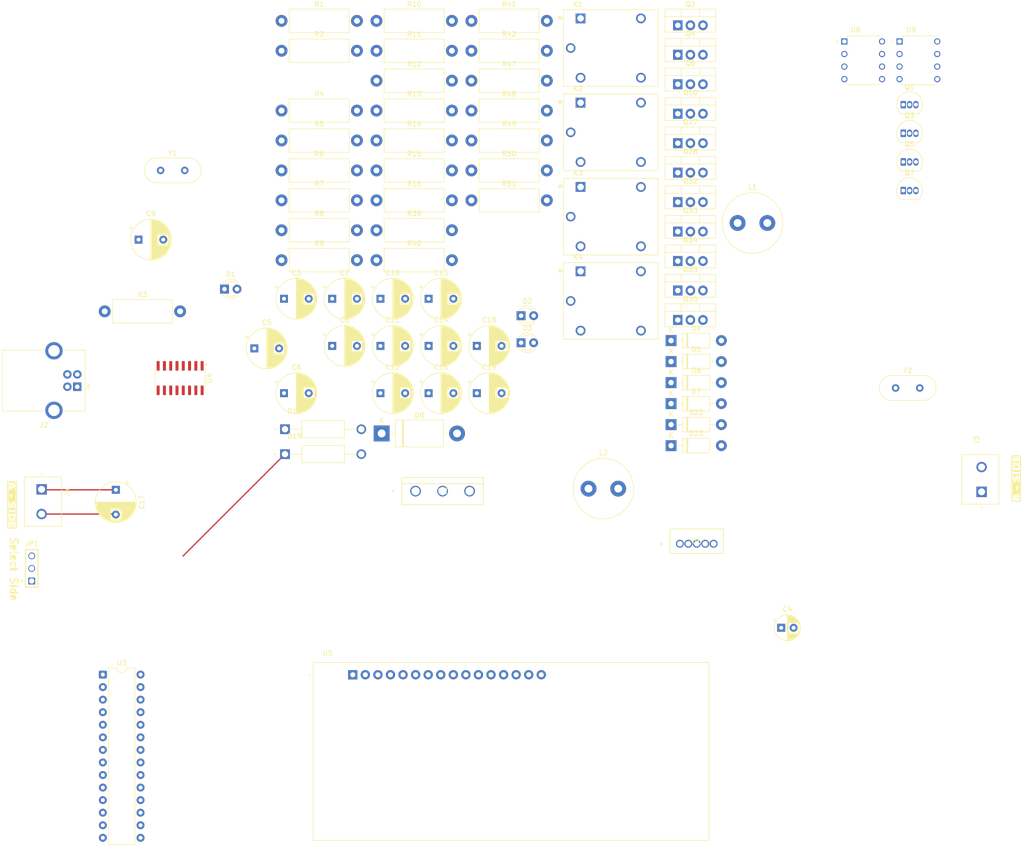
<source format=kicad_pcb>
(kicad_pcb (version 20241229) (generator "pcbnew") (generator_version "9.0")
  (layers (0 "F.Cu" signal) (2 "B.Cu" signal) (13 "F.Paste" user) (15 "B.Paste" user) (5 "F.SilkS" user "F.Silkscreen") (7 "B.SilkS" user "B.Silkscreen") (1 "F.Mask" user) (3 "B.Mask" user) (25 "Edge.Cuts" user))
  (net 0 "")
  (net 1 "POWER")
  (net 2 "GND")
  (net 3 "17V")
  (net 4 "GND1")
  (net 5 "5V_USB")
  (net 6 "Net-(U4-XI)")
  (net 7 "Net-(U4-XO)")
  (net 8 "Net-(U3-XTAL2{slash}PB7)")
  (net 9 "Net-(U3-XTAL1{slash}PB6)")
  (net 10 "5V")
  (net 11 "Net-(U4-~{DTR})")
  (net 12 "RESET_USB")
  (net 13 "A_Side")
  (net 14 "B_Side")
  (net 15 "Net-(D22-K)")
  (net 16 "D")
  (net 17 "1-D")
  (net 18 "Net-(D23-K)")
  (net 19 "Net-(D1-A)")
  (net 20 "Net-(D2-A)")
  (net 21 "TX")
  (net 22 "RX")
  (net 23 "Net-(D3-A)")
  (net 24 "Net-(D4-A)")
  (net 25 "Net-(D5-A)")
  (net 26 "Net-(D6-A)")
  (net 27 "Net-(D7-A)")
  (net 28 "Net-(D8-K)")
  (net 29 "B_Side_ADC")
  (net 30 "A_Side_ADC")
  (net 31 "DATA_PIN_2")
  (net 32 "DATA_PIN_1")
  (net 33 "Net-(Q2-D)")
  (net 34 "R1_OUTPUT")
  (net 35 "Net-(Q4-D)")
  (net 36 "R3_OUTPUT")
  (net 37 "R2_OUTPUT")
  (net 38 "R4_OUTPUT")
  (net 39 "Net-(Q10-D)")
  (net 40 "Net-(Q27-S)")
  (net 41 "Net-(Q1-B)")
  (net 42 "Net-(Q2-G)")
  (net 43 "Net-(Q3-B)")
  (net 44 "Net-(Q4-G)")
  (net 45 "Net-(Q5-B)")
  (net 46 "Net-(Q7-B)")
  (net 47 "Net-(Q33-G)")
  (net 48 "Net-(Q34-G)")
  (net 49 "Net-(Q35-G)")
  (net 50 "Net-(Q36-G)")
  (net 51 "Net-(U2-ADJ)")
  (net 52 "Net-(U4-TXD)")
  (net 53 "Net-(U4-RXD)")
  (net 54 "Control_R1A")
  (net 55 "Control_R1B")
  (net 56 "Control_R3A")
  (net 57 "Control_R3B")
  (net 58 "Control_R2A")
  (net 59 "Control_R4A")
  (net 60 "Net-(U8-HO)")
  (net 61 "Net-(U8-LO)")
  (net 62 "Net-(U9-HO)")
  (net 63 "Net-(U9-LO)")
  (net 64 "SWITCH_2")
  (net 65 "D6")
  (net 68 "RS")
  (net 69 "SWITCH_1")
  (net 71 "E")
  (net 72 "D7")
  (net 73 "D4")
  (net 74 "D5")
  (net 77 "3.3V_Output")
  (footprint "Capacitor_THT:CP_Radial_D8.0mm_P5.00mm" (layer "F.Cu") (at 57.597349 63)
    (property "Reference" "C9")
    (property "Value" "22pF")
  )
  (footprint "LED_THT:LED_D3.0mm" (layer "F.Cu") (at 74.96 73)
    (property "Reference" "D1")
    (property "Value" "LED")
  )
  (footprint "Resistor_THT:R_Axial_DIN0414_L11.9mm_D4.5mm_P15.24mm_Horizontal" (layer "F.Cu") (at 86.5 55.05)
    (property "Reference" "R7")
    (property "Value" "1K")
  )
  (footprint "Package_TO_SOT_THT:TO-220-3_Vertical" (layer "F.Cu") (at 166.6 19.65)
    (property "Reference" "Q2")
    (property "Value" "IRLZ44N")
  )
  (footprint "Diode_THT:D_DO-41_SOD81_P10.16mm_Horizontal" (layer "F.Cu") (at 165.24 100.41)
    (property "Reference" "D22")
    (property "Value" "1N4004")
  )
  (footprint "Package_TO_SOT_THT:TO-92_Inline" (layer "F.Cu") (at 212.175 41.49)
    (property "Reference" "Q3")
    (property "Value" "BC547")
  )
  (footprint "Resistor_THT:R_Axial_DIN0414_L11.9mm_D4.5mm_P15.24mm_Horizontal" (layer "F.Cu") (at 50.76 77.5)
    (property "Reference" "R3")
    (property "Value" "1K")
  )
  (footprint "Package_TO_SOT_THT:TO-220-3_Vertical" (layer "F.Cu") (at 166.6 25.61)
    (property "Reference" "Q4")
    (property "Value" "IRLZ44N")
  )
  (footprint "Capacitor_THT:CP_Radial_D8.0mm_P5.00mm" (layer "F.Cu") (at 53 113.597349 -90)
    (property "Reference" "C17")
    (property "Value" "135uF")
  )
  (footprint "Resistor_THT:R_Axial_DIN0414_L11.9mm_D4.5mm_P15.24mm_Horizontal" (layer "F.Cu") (at 124.88 30.85)
    (property "Reference" "R47")
    (property "Value" "47")
  )
  (footprint "Package_TO_SOT_THT:TO-220-3_Vertical" (layer "F.Cu") (at 166.6 31.57)
    (property "Reference" "Q6")
    (property "Value" "IRLZ44N")
  )
  (footprint "Resistor_THT:R_Axial_DIN0414_L11.9mm_D4.5mm_P15.24mm_Horizontal" (layer "F.Cu") (at 124.88 42.95)
    (property "Reference" "R49")
    (property "Value" "220")
  )
  (footprint "Library:DIOAD1543W101L863D368" (layer "F.Cu") (at 94.91 101.345)
    (property "Reference" "D18")
    (property "Value" "1N5338BG")
  )
  (footprint "Package_TO_SOT_THT:TO-220-3_Vertical" (layer "F.Cu") (at 166.6 73.29)
    (property "Reference" "Q35")
    (property "Value" "IRLZ44N")
  )
  (footprint "Diode_THT:D_DO-41_SOD81_P10.16mm_Horizontal" (layer "F.Cu") (at 165.24 91.91)
    (property "Reference" "D6")
    (property "Value" "1N4004")
  )
  (footprint "Library:HANDSON_KF301-2P" (layer "F.Cu") (at 38 116 -90)
    (property "Reference" "J4")
    (property "Value" "Screw_Terminal_01x02")
  )
  (footprint "Package_TO_SOT_THT:TO-220-3_Vertical" (layer "F.Cu") (at 166.6 67.33)
    (property "Reference" "Q34")
    (property "Value" "IRLZ44N")
  )
  (footprint "Inductor_THT:L_Radial_D12.0mm_P6.00mm_Murata_1900R" (layer "F.Cu") (at 148.549775 113.36)
    (property "Reference" "L2")
    (property "Value" "2.78mH")
  )
  (footprint "Package_TO_SOT_THT:TO-220-3_Vertical" (layer "F.Cu") (at 166.6 37.53)
    (property "Reference" "Q10")
    (property "Value" "IRLZ44N")
  )
  (footprint "Capacitor_THT:CP_Radial_D8.0mm_P5.00mm" (layer "F.Cu") (at 125.97349 94.05)
    (property "Reference" "C19")
    (property "Value" "47uF")
  )
  (footprint "Resistor_THT:R_Axial_DIN0414_L11.9mm_D4.5mm_P15.24mm_Horizontal" (layer "F.Cu") (at 124.88 36.9)
    (property "Reference" "R48")
    (property "Value" "220")
  )
  (footprint "Resistor_THT:R_Axial_DIN0414_L11.9mm_D4.5mm_P15.24mm_Horizontal" (layer "F.Cu") (at 124.88 18.75)
    (property "Reference" "R41")
    (property "Value" "100K")
  )
  (footprint "Resistor_THT:R_Axial_DIN0414_L11.9mm_D4.5mm_P15.24mm_Horizontal" (layer "F.Cu") (at 86.5 67.15)
    (property "Reference" "R9")
    (property "Value" "220")
  )
  (footprint "Resistor_THT:R_Axial_DIN0414_L11.9mm_D4.5mm_P15.24mm_Horizontal" (layer "F.Cu") (at 105.69 55.05)
    (property "Reference" "R16")
    (property "Value" "220")
  )
  (footprint "Capacitor_THT:CP_Radial_D8.0mm_P5.00mm" (layer "F.Cu") (at 106.484094 84.5)
    (property "Reference" "C11")
    (property "Value" "100nF")
  )
  (footprint "Library:DIOAD1543W101L863D368" (layer "F.Cu") (at 94.91 106.385)
    (property "Reference" "D19")
    (property "Value" "1N5338BG")
  )
  (footprint "Package_TO_SOT_THT:TO-92_Inline" (layer "F.Cu") (at 212.175 35.7)
    (property "Reference" "Q1")
    (property "Value" "BC547")
  )
  (footprint "Diode_THT:D_DO-41_SOD81_P10.16mm_Horizontal" (layer "F.Cu") (at 165.24 87.66)
    (property "Reference" "D5")
    (property "Value" "1N4004")
  )
  (footprint "Capacitor_THT:CP_Radial_D8.0mm_P5.00mm" (layer "F.Cu") (at 116.228792 94.05)
    (property "Reference" "C16")
    (property "Value" "135uF")
  )
  (footprint "Capacitor_THT:CP_Radial_D8.0mm_P5.00mm" (layer "F.Cu") (at 96.739396 74.95)
    (property "Reference" "C7")
    (property "Value" "22pF")
  )
  (footprint "Capacitor_THT:CP_Radial_D8.0mm_P5.00mm" (layer "F.Cu") (at 106.484094 94.05)
    (property "Reference" "C12")
    (property "Value" "100uF")
  )
  (footprint "Resistor_THT:R_Axial_DIN0414_L11.9mm_D4.5mm_P15.24mm_Horizontal" (layer "F.Cu") (at 105.69 18.75)
    (property "Reference" "R10")
    (property "Value" "220")
  )
  (footprint "Crystal:Crystal_HC49-4H_Vertical" (layer "F.Cu") (at 210.62 93)
    (property "Reference" "Y2")
    (property "Value" "12MHz")
  )
  (footprint "Package_TO_SOT_THT:TO-220-3_Vertical" (layer "F.Cu") (at 166.6 43.49)
    (property "Reference" "Q27")
    (property "Value" "IRLZ44N")
  )
  (footprint "Capacitor_THT:CP_Radial_D8.0mm_P5.00mm" (layer "F.Cu") (at 86.994698 74.95)
    (property "Reference" "C3")
    (property "Value" "10uF")
  )
  (footprint "Library:SAMTEC_MTSW-101-06-T-T-100" (layer "F.Cu") (at 36 129.5)
    (property "Reference" "JP1")
    (property "Value" "Jumper_3_Open")
  )
  (footprint "Package_TO_SOT_THT:TO-220-3_Vertical" (layer "F.Cu") (at 166.6 49.45)
    (property "Reference" "Q28")
    (property "Value" "IRLZ44N")
  )
  (footprint "Resistor_THT:R_Axial_DIN0414_L11.9mm_D4.5mm_P15.24mm_Horizontal" (layer "F.Cu") (at 86.5 18.75)
    (property "Reference" "R1")
    (property "Value" "0.25")
  )
  (footprint "Capacitor_THT:CP_Radial_D8.0mm_P5.00mm" (layer "F.Cu") (at 81 85)
    (property "Reference" "C5")
    (property "Value" "100nF")
  )
  (footprint "Package_DIP:DIP-28_W7.62mm" (layer "F.Cu") (at 50.38 150.96)
    (property "Reference" "U3")
    (property "Value" "ATmega328P-P")
  )
  (footprint "Capacitor_THT:CP_Radial_D8.0mm_P5.00mm" (layer "F.Cu") (at 116.228792 74.95)
    (property "Reference" "C13")
    (property "Value" "1000uF")
  )
  (footprint "Library:T05A_TEX" (layer "F.Cu") (at 167.0235 124.508)
    (property "Reference" "U6")
    (property "Value" "LM2576HVT-5.0")
  )
  (footprint "Capacitor_THT:CP_Radial_D8.0mm_P5.00mm" (layer "F.Cu") (at 86.994698 94.05)
    (property "Reference" "C6")
    (property "Value" "C_Polarized 10uF")
  )
  (footprint "Package_TO_SOT_THT:TO-92_Inline" (layer "F.Cu") (at 212.175 53.07)
    (property "Reference" "Q7")
    (property "Value" "BC547")
  )
  (footprint "Library:DIP762W45P254L988H533Q8" (layer "F.Cu") (at 204.07 26.73)
    (property "Reference" "U8")
    (property "Value" "IR2104")
  )
  (footprint "Resistor_THT:R_Axial_DIN0414_L11.9mm_D4.5mm_P15.24mm_Horizontal" (layer "F.Cu") (at 86.5 24.8)
    (property "Reference" "R2")
    (property "Value" "3.15")
  )
  (footprint "Resistor_THT:R_Axial_DIN0414_L11.9mm_D4.5mm_P15.24mm_Horizontal" (layer "F.Cu") (at 105.69 30.85)
    (property "Reference" "R12")
    (property "Value" "220")
  )
  (footprint "Resistor_THT:R_Axial_DIN0414_L11.9mm_D4.5mm_P15.24mm_Horizontal" (layer "F.Cu") (at 86.5 61.1)
    (property "Reference" "R8")
    (property "Value" "1M")
  )
  (footprint "Inductor_THT:L_Radial_D12.0mm_P6.00mm_Murata_1900R" (layer "F.Cu") (at 178.69 59.63)
    (property "Reference" "L1")
    (property "Value" "100uH")
  )
  (footprint "Resistor_THT:R_Axial_DIN0414_L11.9mm_D4.5mm_P15.24mm_Horizontal" (layer "F.Cu") (at 86.5 49)
    (property "Reference" "R6")
    (property "Value" "1K")
  )
  (footprint "Package_TO_SOT_THT:TO-220-3_Vertical" (layer "F.Cu") (at 166.6 79.25)
    (property "Reference" "Q36")
    (property "Value" "IRLZ44N")
  )
  (footprint "Diode_THT:D_DO-41_SOD81_P10.16mm_Horizontal" (layer "F.Cu") (at 165.24 104.66)
    (property "Reference" "D23")
    (property "Value" "1N4004")
  )
  (footprint "Capacitor_THT:CP_Radial_D8.0mm_P5.00mm" (layer "F.Cu") (at 116.228792 84.5)
    (property "Reference" "C14")
    (property "Value" "22pF")
  )
  (footprint "Resistor_THT:R_Axial_DIN0414_L11.9mm_D4.5mm_P15.24mm_Horizontal" (layer "F.Cu") (at 105.69 67.15)
    (property "Reference" "R40")
    (property "Value" "10K")
  )
  (footprint "Capacitor_THT:CP_Radial_D8.0mm_P5.00mm" (layer "F.Cu") (at 96.739396 84.5)
    (property "Reference" "C8")
    (property "Value" "22pF")
  )
  (footprint "Library:RELAY_SRD-05VDC-SL-C" (layer "F.Cu") (at 153.045 24.25)
    (property "Reference" "K1")
    (property "Value" "SRD-05VDC-SL-C")
  )
  (footprint "LED_THT:LED_D3.0mm" (layer "F.Cu") (at 134.92 83.85)
    (property "Reference" "D3")
    (property "Value" "LED")
  )
  (footprint "Diode_THT:D_DO-41_SOD81_P10.16mm_Horizontal" (layer "F.Cu") (at 165.24 83.41)
    (property "Reference" "D4")
    (property "Value" "1N4004")
  )
  (footprint "Crystal:Crystal_HC49-4H_Vertical" (layer "F.Cu") (at 62.05 49)
    (property "Reference" "Y1")
    (property "Value" "16MHz")
  )
  (footprint "Resistor_THT:R_Axial_DIN0414_L11.9mm_D4.5mm_P15.24mm_Horizontal" (layer "F.Cu") (at 105.69 36.9)
    (property "Reference" "R13")
    (property "Value" "220")
  )
  (footprint "Resistor_THT:R_Axial_DIN0414_L11.9mm_D4.5mm_P15.24mm_Horizontal" (layer "F.Cu") (at 105.69 24.8)
    (property "Reference" "R11")
    (property "Value" "10K")
  )
  (footprint "Library:RELAY_SRD-05VDC-SL-C" (layer "F.Cu") (at 153.045 58.35)
    (property "Reference" "K3")
    (property "Value" "SRD-05VDC-SL-C")
  )
  (footprint "Resistor_THT:R_Axial_DIN0414_L11.9mm_D4.5mm_P15.24mm_Horizontal" (layer "F.Cu") (at 124.88 24.8)
    (property "Reference" "R42")
    (property "Value" "10K")
  )
  (footprint "Capacitor_THT:CP_Radial_D8.0mm_P5.00mm" (layer "F.Cu") (at 125.97349 84.5)
    (property "Reference" "C18")
    (property "Value" "47uF")
  )
  (footprint "Resistor_THT:R_Axial_DIN0414_L11.9mm_D4.5mm_P15.24mm_Horizontal" (layer "F.Cu") (at 105.69 42.95)
    (property "Reference" "R14")
    (property "Value" "10K")
  )
  (footprint "Package_SO:SOIC-16_3.9x9.9mm_P1.27mm" (layer "F.Cu") (at 66 91 -90)
    (property "Reference" "U4")
    (property "Value" "CH340G")
  )
  (footprint "Resistor_THT:R_Axial_DIN0414_L11.9mm_D4.5mm_P15.24mm_Horizontal" (layer "F.Cu") (at 105.69 49)
    (property "Reference" "R15")
    (property "Value" "220")
  )
  (footprint "Capacitor_THT:CP_Radial_D5.0mm_P2.50mm" (layer "F.Cu") (at 187.5 141.5)
    (property "Reference" "C4")
    (property "Value" "22uF")
  )
  (footprint "Library:RELAY_SRD-05VDC-SL-C" (layer "F.Cu") (at 153.045 41.3)
    (property "Reference" "K2")
    (property "Value" "SRD-05VDC-SL-C")
  )
  (footprint "Package_TO_SOT_THT:TO-220-3_Vertical" (layer "F.Cu") (at 166.6 61.37)
    (property "Reference" "Q33")
    (property "Value" "IRLZ44N")
  )
  (footprint "Library:HANDSON_KF301-2P" (layer "F.Cu") (at 228 111.5 90)
    (property "Reference" "J3")
    (property "Value" "Screw_Terminal_01x02")
  )
  (footprint "Package_TO_SOT_THT:TO-92_Inline" (layer "F.Cu") (at 212.175 47.28)
    (property "Reference" "Q5")
    (property "Value" "BC547")
  )
  (footprint "Resistor_THT:R_Axial_DIN0414_L11.9mm_D4.5mm_P15.24mm_Horizontal" (layer "F.Cu") (at 124.88 55.05)
    (property "Reference" "R51")
    (property "Value" "220")
  )
  (footprint "Resistor_THT:R_Axial_DIN0414_L11.9mm_D4.5mm_P15.24mm_Horizontal" (layer "F.Cu") (at 105.69 61.1)
    (property "Reference" "R39")
    (property "Value" "100K")
  )
  (footprint "USBR-B-S-S-O-TH:USB_B_OST_USB-B1HSxx_Horizontal" (layer "F.Cu") (at 45.21 92.75 180)
    (property "Reference" "J2")
    (property "Value" "USB_B")
  )
  (footprint "Capacitor_THT:CP_Radial_D8.0mm_P5.00mm" (layer "F.Cu") (at 106.484094 74.95)
    (property "Reference" "C10")
    (property "Value" "22pF")
  )
  (footprint "Library:RELAY_SRD-05VDC-SL-C" (layer "F.Cu") (at 153.045 75.4)
    (property "Reference" "K4")
    (property "Value" "SRD-05VDC-SL-C")
  )
  (footprint "Library:DIP762W45P254L988H533Q8" (layer "F.Cu") (at 215.23 26.73)
    (property "Reference" "U9")
    (property "Value" "IR2104")
  )
  (footprint "Resistor_THT:R_Axial_DIN0414_L11.9mm_D4.5mm_P15.24mm_Horizontal" (layer "F.Cu") (at 86.5 36.9)
    (property "Reference" "R4")
    (property "Value" "1K")
  )
  (footprint "Resistor_THT:R_Axial_DIN0414_L11.9mm_D4.5mm_P15.24mm_Horizontal" (layer "F.Cu") (at 124.88 49)
    (property "Reference" "R50")
    (property "Value" "220")
  )
  (footprint "LED_THT:LED_D3.0mm" (layer "F.Cu") (at 134.92 78.38)
    (property "Reference" "D2")
    (property "Value" "LED")
  )
  (footprint "Diode_THT:D_DO-201AD_P15.24mm_Horizontal" (layer "F.Cu") (at 106.74 102.2)
    (property "Reference" "D8")
    (property "Value" "1N5822")
  )
  (footprint "Resistor_THT:R_Axial_DIN0414_L11.9mm_D4.5mm_P15.24mm_Horizontal" (layer "F.Cu") (at 86.5 42.95)
    (property "Reference" "R5")
    (property "Value" "1K")
  )
  (footprint "Package_TO_SOT_THT:TO-220-3_Vertical" (layer "F.Cu") (at 166.6 55.41)
    (property "Reference" "Q32")
    (property "Value" "IRLZ44N")
  )
  (footprint "LCD-16X2:MODULE_LCD-16X2" (layer "F.Cu") (at 132.9 166.5)
    (property "Reference" "U5")
    (property "Value" "LCD-16X2")
  )
  (footprint "ul_LT1083CP-PBF:TO-3P_P_LIT" (layer "F.Cu") (at 113.588775 113.86)
    (property "Reference" "U2")
    (property "Value" "LT1083-ADJ")
  )
  (footprint "Diode_THT:D_DO-41_SOD81_P10.16mm_Horizontal" (layer "F.Cu") (at 165.24 96.16)
    (property "Reference" "D7")
    (property "Value" "1N4004")
  )
  (gr_text "Select Side" (at 31.5 123 270) (layer "F.SilkS") (effects (font (size 1.5 1.5) (thickness 0.3) (bold yes)) (justify left bottom)))
  (gr_text "B - SIDE" (at 236 116 90) (layer "F.SilkS" knockout) (effects (font (size 1.5 1.5) (thickness 0.3) (bold yes)) (justify left bottom)))
  (gr_text "A - SIDE" (at 31 112 270) (layer "F.SilkS" knockout) (effects (font (size 1.5 1.5) (thickness 0.3) (bold yes)) (justify left bottom)))
  (segment (start 52.902651 118.5) (end 53 118.597349) (width 0.25) (layer "F.Cu") (net 2))
  (segment (start 38 118.5) (end 52.902651 118.5) (width 0.25) (layer "F.Cu") (net 2))
  (segment (start 38 113.5) (end 38.5 113.5) (width 0.25) (layer "F.Cu") (net 14))
  (segment (start 38.5 113.5) (end 38.597349 113.597349) (width 0.25) (layer "F.Cu") (net 14))
  (segment (start 38.597349 113.597349) (end 53 113.597349) (width 0.25) (layer "F.Cu") (net 14))
  (segment (start 87.195 106.385) (end 66.58 127) (width 0.25) (layer "F.Cu") (net 30))
)
</source>
